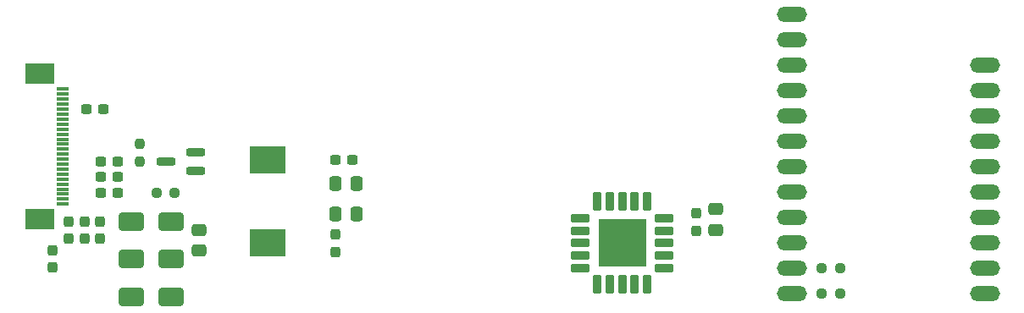
<source format=gbr>
%TF.GenerationSoftware,KiCad,Pcbnew,9.0.3*%
%TF.CreationDate,2025-08-31T00:01:55+09:00*%
%TF.ProjectId,dash,64617368-2e6b-4696-9361-645f70636258,rev?*%
%TF.SameCoordinates,Original*%
%TF.FileFunction,Soldermask,Bot*%
%TF.FilePolarity,Negative*%
%FSLAX46Y46*%
G04 Gerber Fmt 4.6, Leading zero omitted, Abs format (unit mm)*
G04 Created by KiCad (PCBNEW 9.0.3) date 2025-08-31 00:01:55*
%MOMM*%
%LPD*%
G01*
G04 APERTURE LIST*
G04 Aperture macros list*
%AMRoundRect*
0 Rectangle with rounded corners*
0 $1 Rounding radius*
0 $2 $3 $4 $5 $6 $7 $8 $9 X,Y pos of 4 corners*
0 Add a 4 corners polygon primitive as box body*
4,1,4,$2,$3,$4,$5,$6,$7,$8,$9,$2,$3,0*
0 Add four circle primitives for the rounded corners*
1,1,$1+$1,$2,$3*
1,1,$1+$1,$4,$5*
1,1,$1+$1,$6,$7*
1,1,$1+$1,$8,$9*
0 Add four rect primitives between the rounded corners*
20,1,$1+$1,$2,$3,$4,$5,0*
20,1,$1+$1,$4,$5,$6,$7,0*
20,1,$1+$1,$6,$7,$8,$9,0*
20,1,$1+$1,$8,$9,$2,$3,0*%
G04 Aperture macros list end*
%ADD10O,3.000000X1.500000*%
%ADD11RoundRect,0.250000X1.000000X0.650000X-1.000000X0.650000X-1.000000X-0.650000X1.000000X-0.650000X0*%
%ADD12RoundRect,0.250000X-1.000000X-0.650000X1.000000X-0.650000X1.000000X0.650000X-1.000000X0.650000X0*%
%ADD13RoundRect,0.237500X0.250000X0.237500X-0.250000X0.237500X-0.250000X-0.237500X0.250000X-0.237500X0*%
%ADD14RoundRect,0.237500X-0.237500X0.300000X-0.237500X-0.300000X0.237500X-0.300000X0.237500X0.300000X0*%
%ADD15RoundRect,0.237500X-0.237500X0.250000X-0.237500X-0.250000X0.237500X-0.250000X0.237500X0.250000X0*%
%ADD16RoundRect,0.200000X0.750000X0.200000X-0.750000X0.200000X-0.750000X-0.200000X0.750000X-0.200000X0*%
%ADD17RoundRect,0.237500X-0.300000X-0.237500X0.300000X-0.237500X0.300000X0.237500X-0.300000X0.237500X0*%
%ADD18RoundRect,0.250000X-0.337500X-0.475000X0.337500X-0.475000X0.337500X0.475000X-0.337500X0.475000X0*%
%ADD19RoundRect,0.237500X0.237500X-0.300000X0.237500X0.300000X-0.237500X0.300000X-0.237500X-0.300000X0*%
%ADD20RoundRect,0.250000X0.475000X-0.337500X0.475000X0.337500X-0.475000X0.337500X-0.475000X-0.337500X0*%
%ADD21R,3.600000X2.700000*%
%ADD22RoundRect,0.237500X0.300000X0.237500X-0.300000X0.237500X-0.300000X-0.237500X0.300000X-0.237500X0*%
%ADD23RoundRect,0.237500X0.237500X-0.287500X0.237500X0.287500X-0.237500X0.287500X-0.237500X-0.287500X0*%
%ADD24RoundRect,0.212500X-0.212500X0.737500X-0.212500X-0.737500X0.212500X-0.737500X0.212500X0.737500X0*%
%ADD25RoundRect,0.212500X-0.737500X0.212500X-0.737500X-0.212500X0.737500X-0.212500X0.737500X0.212500X0*%
%ADD26R,4.800000X4.800000*%
%ADD27R,3.000000X2.000000*%
%ADD28R,1.300000X0.300000*%
G04 APERTURE END LIST*
D10*
%TO.C,U1*%
X165610000Y-67380000D03*
X165610000Y-69920000D03*
X165610000Y-72460000D03*
X165610000Y-75000000D03*
X165610000Y-77540000D03*
X165610000Y-80080000D03*
X165610000Y-82620000D03*
X165610000Y-85160000D03*
X165610000Y-87700000D03*
X165610000Y-90240000D03*
X165610000Y-92780000D03*
X165610000Y-95320000D03*
X184890000Y-95320000D03*
X184890000Y-92780000D03*
X184890000Y-90240000D03*
X184890000Y-87700000D03*
X184890000Y-85160000D03*
X184890000Y-82620000D03*
X184890000Y-80080000D03*
X184890000Y-77540000D03*
X184890000Y-75000000D03*
X184890000Y-72460000D03*
%TD*%
D11*
%TO.C,D1*%
X103562500Y-91850000D03*
X99562500Y-91850000D03*
%TD*%
D12*
%TO.C,D3*%
X99562500Y-88100000D03*
X103562500Y-88100000D03*
%TD*%
D13*
%TO.C,R2*%
X103940187Y-85197095D03*
X102115187Y-85197095D03*
%TD*%
%TO.C,R4*%
X170425000Y-95300000D03*
X168600000Y-95300000D03*
%TD*%
D14*
%TO.C,C8*%
X93350000Y-88075000D03*
X93350000Y-89800000D03*
%TD*%
D13*
%TO.C,R3*%
X170425000Y-92750000D03*
X168600000Y-92750000D03*
%TD*%
D15*
%TO.C,R1*%
X100400000Y-80275000D03*
X100400000Y-82100000D03*
%TD*%
D16*
%TO.C,Q1*%
X106027687Y-81147095D03*
X106027687Y-83047095D03*
X103027687Y-82097095D03*
%TD*%
D17*
%TO.C,C3*%
X96515187Y-83647095D03*
X98240187Y-83647095D03*
%TD*%
D18*
%TO.C,C10*%
X120000000Y-87300000D03*
X122075000Y-87300000D03*
%TD*%
D19*
%TO.C,C7*%
X91700000Y-92675000D03*
X91700000Y-90950000D03*
%TD*%
D14*
%TO.C,C6*%
X94900000Y-88075000D03*
X94900000Y-89800000D03*
%TD*%
D17*
%TO.C,C4*%
X96515187Y-85197095D03*
X98240187Y-85197095D03*
%TD*%
%TO.C,C14*%
X119950000Y-81950000D03*
X121675000Y-81950000D03*
%TD*%
D20*
%TO.C,C12*%
X158000000Y-88950000D03*
X158000000Y-86875000D03*
%TD*%
D21*
%TO.C,L1*%
X113250000Y-81950000D03*
X113250000Y-90250000D03*
%TD*%
D17*
%TO.C,C2*%
X96515187Y-82097095D03*
X98240187Y-82097095D03*
%TD*%
D19*
%TO.C,C13*%
X156050000Y-89000000D03*
X156050000Y-87275000D03*
%TD*%
D22*
%TO.C,C1*%
X96812500Y-76850000D03*
X95087500Y-76850000D03*
%TD*%
D23*
%TO.C,L2*%
X120000000Y-91125000D03*
X120000000Y-89375000D03*
%TD*%
D14*
%TO.C,C5*%
X96450000Y-88075000D03*
X96450000Y-89800000D03*
%TD*%
D12*
%TO.C,D2*%
X99562500Y-95600000D03*
X103562500Y-95600000D03*
%TD*%
D24*
%TO.C,U2*%
X146150000Y-86100000D03*
X147400000Y-86100000D03*
X148650000Y-86100000D03*
X149900000Y-86100000D03*
X151150000Y-86100000D03*
D25*
X152800000Y-87750000D03*
X152800000Y-89000000D03*
X152800000Y-90250000D03*
X152800000Y-91500000D03*
X152800000Y-92750000D03*
D24*
X151150000Y-94400000D03*
X149900000Y-94400000D03*
X148650000Y-94400000D03*
X147400000Y-94400000D03*
X146150000Y-94400000D03*
D25*
X144500000Y-92750000D03*
X144500000Y-91500000D03*
X144500000Y-90250000D03*
X144500000Y-89000000D03*
X144500000Y-87750000D03*
D26*
X148650000Y-90250000D03*
%TD*%
D18*
%TO.C,C11*%
X120000000Y-84290000D03*
X122075000Y-84290000D03*
%TD*%
D20*
%TO.C,C9*%
X106400000Y-90987500D03*
X106400000Y-88912500D03*
%TD*%
D27*
%TO.C,J1*%
X90400000Y-87890000D03*
X90400000Y-73310000D03*
D28*
X92750000Y-86350000D03*
X92750000Y-85850000D03*
X92750000Y-85350000D03*
X92750000Y-84850000D03*
X92750000Y-84350000D03*
X92750000Y-83850000D03*
X92750000Y-83350000D03*
X92750000Y-82850000D03*
X92750000Y-82350000D03*
X92750000Y-81850000D03*
X92750000Y-81350000D03*
X92750000Y-80850000D03*
X92750000Y-80350000D03*
X92750000Y-79850000D03*
X92750000Y-79350000D03*
X92750000Y-78850000D03*
X92750000Y-78350000D03*
X92750000Y-77850000D03*
X92750000Y-77350000D03*
X92750000Y-76850000D03*
X92750000Y-76350000D03*
X92750000Y-75850000D03*
X92750000Y-75350000D03*
X92750000Y-74850000D03*
%TD*%
M02*

</source>
